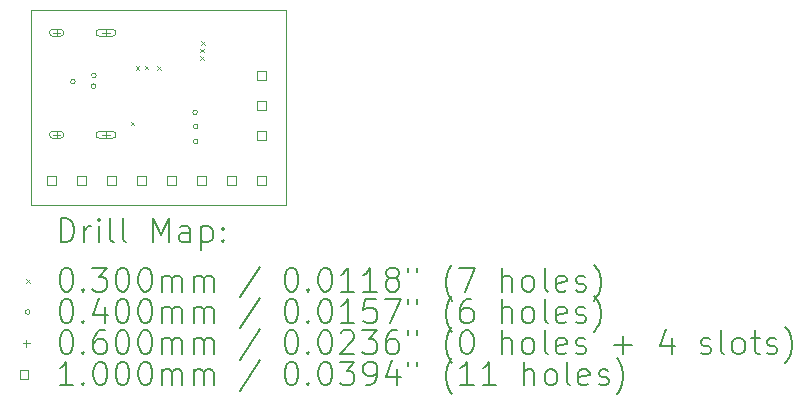
<source format=gbr>
%TF.GenerationSoftware,KiCad,Pcbnew,9.0.3*%
%TF.CreationDate,2025-08-03T15:20:34-04:00*%
%TF.ProjectId,CH32V003J4M6,43483332-5630-4303-934a-344d362e6b69,rev?*%
%TF.SameCoordinates,Original*%
%TF.FileFunction,Drillmap*%
%TF.FilePolarity,Positive*%
%FSLAX45Y45*%
G04 Gerber Fmt 4.5, Leading zero omitted, Abs format (unit mm)*
G04 Created by KiCad (PCBNEW 9.0.3) date 2025-08-03 15:20:34*
%MOMM*%
%LPD*%
G01*
G04 APERTURE LIST*
%ADD10C,0.100000*%
%ADD11C,0.200000*%
G04 APERTURE END LIST*
D10*
X14097000Y-9601200D02*
X16256000Y-9601200D01*
X16256000Y-11252200D01*
X14097000Y-11252200D01*
X14097000Y-9601200D01*
D11*
D10*
X14945600Y-10551400D02*
X14975600Y-10581400D01*
X14975600Y-10551400D02*
X14945600Y-10581400D01*
X14985200Y-10079800D02*
X15015200Y-10109800D01*
X15015200Y-10079800D02*
X14985200Y-10109800D01*
X15065000Y-10075000D02*
X15095000Y-10105000D01*
X15095000Y-10075000D02*
X15065000Y-10105000D01*
X15168043Y-10079800D02*
X15198043Y-10109800D01*
X15198043Y-10079800D02*
X15168043Y-10109800D01*
X15535000Y-9932500D02*
X15565000Y-9962500D01*
X15565000Y-9932500D02*
X15535000Y-9962500D01*
X15535000Y-9995000D02*
X15565000Y-10025000D01*
X15565000Y-9995000D02*
X15535000Y-10025000D01*
X15540000Y-9870000D02*
X15570000Y-9900000D01*
X15570000Y-9870000D02*
X15540000Y-9900000D01*
X14475452Y-10210913D02*
G75*
G02*
X14435452Y-10210913I-20000J0D01*
G01*
X14435452Y-10210913D02*
G75*
G02*
X14475452Y-10210913I20000J0D01*
G01*
X14649464Y-10250344D02*
G75*
G02*
X14609464Y-10250344I-20000J0D01*
G01*
X14609464Y-10250344D02*
G75*
G02*
X14649464Y-10250344I20000J0D01*
G01*
X14652700Y-10157700D02*
G75*
G02*
X14612700Y-10157700I-20000J0D01*
G01*
X14612700Y-10157700D02*
G75*
G02*
X14652700Y-10157700I20000J0D01*
G01*
X15510000Y-10470000D02*
G75*
G02*
X15470000Y-10470000I-20000J0D01*
G01*
X15470000Y-10470000D02*
G75*
G02*
X15510000Y-10470000I20000J0D01*
G01*
X15514000Y-10591800D02*
G75*
G02*
X15474000Y-10591800I-20000J0D01*
G01*
X15474000Y-10591800D02*
G75*
G02*
X15514000Y-10591800I20000J0D01*
G01*
X15514000Y-10718800D02*
G75*
G02*
X15474000Y-10718800I-20000J0D01*
G01*
X15474000Y-10718800D02*
G75*
G02*
X15514000Y-10718800I20000J0D01*
G01*
X14317000Y-9766997D02*
X14317000Y-9826997D01*
X14287000Y-9796997D02*
X14347000Y-9796997D01*
X14287000Y-9826997D02*
X14347000Y-9826997D01*
X14347000Y-9766997D02*
G75*
G02*
X14347000Y-9826997I0J-30000D01*
G01*
X14347000Y-9766997D02*
X14287000Y-9766997D01*
X14287000Y-9766997D02*
G75*
G03*
X14287000Y-9826997I0J-30000D01*
G01*
X14317000Y-10630997D02*
X14317000Y-10690997D01*
X14287000Y-10660997D02*
X14347000Y-10660997D01*
X14287000Y-10690997D02*
X14347000Y-10690997D01*
X14347000Y-10630997D02*
G75*
G02*
X14347000Y-10690997I0J-30000D01*
G01*
X14347000Y-10630997D02*
X14287000Y-10630997D01*
X14287000Y-10630997D02*
G75*
G03*
X14287000Y-10690997I0J-30000D01*
G01*
X14735000Y-9766997D02*
X14735000Y-9826997D01*
X14705000Y-9796997D02*
X14765000Y-9796997D01*
X14680000Y-9826997D02*
X14790000Y-9826997D01*
X14790000Y-9766997D02*
G75*
G02*
X14790000Y-9826997I0J-30000D01*
G01*
X14790000Y-9766997D02*
X14680000Y-9766997D01*
X14680000Y-9766997D02*
G75*
G03*
X14680000Y-9826997I0J-30000D01*
G01*
X14735000Y-10630997D02*
X14735000Y-10690997D01*
X14705000Y-10660997D02*
X14765000Y-10660997D01*
X14680000Y-10690997D02*
X14790000Y-10690997D01*
X14790000Y-10630997D02*
G75*
G02*
X14790000Y-10690997I0J-30000D01*
G01*
X14790000Y-10630997D02*
X14680000Y-10630997D01*
X14680000Y-10630997D02*
G75*
G03*
X14680000Y-10690997I0J-30000D01*
G01*
X14310156Y-11084356D02*
X14310156Y-11013644D01*
X14239444Y-11013644D01*
X14239444Y-11084356D01*
X14310156Y-11084356D01*
X14564156Y-11084356D02*
X14564156Y-11013644D01*
X14493444Y-11013644D01*
X14493444Y-11084356D01*
X14564156Y-11084356D01*
X14818156Y-11084356D02*
X14818156Y-11013644D01*
X14747444Y-11013644D01*
X14747444Y-11084356D01*
X14818156Y-11084356D01*
X15072156Y-11084356D02*
X15072156Y-11013644D01*
X15001444Y-11013644D01*
X15001444Y-11084356D01*
X15072156Y-11084356D01*
X15326156Y-11084356D02*
X15326156Y-11013644D01*
X15255444Y-11013644D01*
X15255444Y-11084356D01*
X15326156Y-11084356D01*
X15580156Y-11084356D02*
X15580156Y-11013644D01*
X15509444Y-11013644D01*
X15509444Y-11084356D01*
X15580156Y-11084356D01*
X15834156Y-11084356D02*
X15834156Y-11013644D01*
X15763444Y-11013644D01*
X15763444Y-11084356D01*
X15834156Y-11084356D01*
X16088156Y-10193856D02*
X16088156Y-10123144D01*
X16017444Y-10123144D01*
X16017444Y-10193856D01*
X16088156Y-10193856D01*
X16088156Y-10447856D02*
X16088156Y-10377144D01*
X16017444Y-10377144D01*
X16017444Y-10447856D01*
X16088156Y-10447856D01*
X16088156Y-10701856D02*
X16088156Y-10631144D01*
X16017444Y-10631144D01*
X16017444Y-10701856D01*
X16088156Y-10701856D01*
X16088156Y-11084356D02*
X16088156Y-11013644D01*
X16017444Y-11013644D01*
X16017444Y-11084356D01*
X16088156Y-11084356D01*
D11*
X14352777Y-11568684D02*
X14352777Y-11368684D01*
X14352777Y-11368684D02*
X14400396Y-11368684D01*
X14400396Y-11368684D02*
X14428967Y-11378208D01*
X14428967Y-11378208D02*
X14448015Y-11397255D01*
X14448015Y-11397255D02*
X14457539Y-11416303D01*
X14457539Y-11416303D02*
X14467062Y-11454398D01*
X14467062Y-11454398D02*
X14467062Y-11482969D01*
X14467062Y-11482969D02*
X14457539Y-11521065D01*
X14457539Y-11521065D02*
X14448015Y-11540112D01*
X14448015Y-11540112D02*
X14428967Y-11559160D01*
X14428967Y-11559160D02*
X14400396Y-11568684D01*
X14400396Y-11568684D02*
X14352777Y-11568684D01*
X14552777Y-11568684D02*
X14552777Y-11435350D01*
X14552777Y-11473446D02*
X14562301Y-11454398D01*
X14562301Y-11454398D02*
X14571824Y-11444874D01*
X14571824Y-11444874D02*
X14590872Y-11435350D01*
X14590872Y-11435350D02*
X14609920Y-11435350D01*
X14676586Y-11568684D02*
X14676586Y-11435350D01*
X14676586Y-11368684D02*
X14667062Y-11378208D01*
X14667062Y-11378208D02*
X14676586Y-11387731D01*
X14676586Y-11387731D02*
X14686110Y-11378208D01*
X14686110Y-11378208D02*
X14676586Y-11368684D01*
X14676586Y-11368684D02*
X14676586Y-11387731D01*
X14800396Y-11568684D02*
X14781348Y-11559160D01*
X14781348Y-11559160D02*
X14771824Y-11540112D01*
X14771824Y-11540112D02*
X14771824Y-11368684D01*
X14905158Y-11568684D02*
X14886110Y-11559160D01*
X14886110Y-11559160D02*
X14876586Y-11540112D01*
X14876586Y-11540112D02*
X14876586Y-11368684D01*
X15133729Y-11568684D02*
X15133729Y-11368684D01*
X15133729Y-11368684D02*
X15200396Y-11511541D01*
X15200396Y-11511541D02*
X15267062Y-11368684D01*
X15267062Y-11368684D02*
X15267062Y-11568684D01*
X15448015Y-11568684D02*
X15448015Y-11463922D01*
X15448015Y-11463922D02*
X15438491Y-11444874D01*
X15438491Y-11444874D02*
X15419443Y-11435350D01*
X15419443Y-11435350D02*
X15381348Y-11435350D01*
X15381348Y-11435350D02*
X15362301Y-11444874D01*
X15448015Y-11559160D02*
X15428967Y-11568684D01*
X15428967Y-11568684D02*
X15381348Y-11568684D01*
X15381348Y-11568684D02*
X15362301Y-11559160D01*
X15362301Y-11559160D02*
X15352777Y-11540112D01*
X15352777Y-11540112D02*
X15352777Y-11521065D01*
X15352777Y-11521065D02*
X15362301Y-11502017D01*
X15362301Y-11502017D02*
X15381348Y-11492493D01*
X15381348Y-11492493D02*
X15428967Y-11492493D01*
X15428967Y-11492493D02*
X15448015Y-11482969D01*
X15543253Y-11435350D02*
X15543253Y-11635350D01*
X15543253Y-11444874D02*
X15562301Y-11435350D01*
X15562301Y-11435350D02*
X15600396Y-11435350D01*
X15600396Y-11435350D02*
X15619443Y-11444874D01*
X15619443Y-11444874D02*
X15628967Y-11454398D01*
X15628967Y-11454398D02*
X15638491Y-11473446D01*
X15638491Y-11473446D02*
X15638491Y-11530588D01*
X15638491Y-11530588D02*
X15628967Y-11549636D01*
X15628967Y-11549636D02*
X15619443Y-11559160D01*
X15619443Y-11559160D02*
X15600396Y-11568684D01*
X15600396Y-11568684D02*
X15562301Y-11568684D01*
X15562301Y-11568684D02*
X15543253Y-11559160D01*
X15724205Y-11549636D02*
X15733729Y-11559160D01*
X15733729Y-11559160D02*
X15724205Y-11568684D01*
X15724205Y-11568684D02*
X15714682Y-11559160D01*
X15714682Y-11559160D02*
X15724205Y-11549636D01*
X15724205Y-11549636D02*
X15724205Y-11568684D01*
X15724205Y-11444874D02*
X15733729Y-11454398D01*
X15733729Y-11454398D02*
X15724205Y-11463922D01*
X15724205Y-11463922D02*
X15714682Y-11454398D01*
X15714682Y-11454398D02*
X15724205Y-11444874D01*
X15724205Y-11444874D02*
X15724205Y-11463922D01*
D10*
X14062000Y-11882200D02*
X14092000Y-11912200D01*
X14092000Y-11882200D02*
X14062000Y-11912200D01*
D11*
X14390872Y-11788684D02*
X14409920Y-11788684D01*
X14409920Y-11788684D02*
X14428967Y-11798208D01*
X14428967Y-11798208D02*
X14438491Y-11807731D01*
X14438491Y-11807731D02*
X14448015Y-11826779D01*
X14448015Y-11826779D02*
X14457539Y-11864874D01*
X14457539Y-11864874D02*
X14457539Y-11912493D01*
X14457539Y-11912493D02*
X14448015Y-11950588D01*
X14448015Y-11950588D02*
X14438491Y-11969636D01*
X14438491Y-11969636D02*
X14428967Y-11979160D01*
X14428967Y-11979160D02*
X14409920Y-11988684D01*
X14409920Y-11988684D02*
X14390872Y-11988684D01*
X14390872Y-11988684D02*
X14371824Y-11979160D01*
X14371824Y-11979160D02*
X14362301Y-11969636D01*
X14362301Y-11969636D02*
X14352777Y-11950588D01*
X14352777Y-11950588D02*
X14343253Y-11912493D01*
X14343253Y-11912493D02*
X14343253Y-11864874D01*
X14343253Y-11864874D02*
X14352777Y-11826779D01*
X14352777Y-11826779D02*
X14362301Y-11807731D01*
X14362301Y-11807731D02*
X14371824Y-11798208D01*
X14371824Y-11798208D02*
X14390872Y-11788684D01*
X14543253Y-11969636D02*
X14552777Y-11979160D01*
X14552777Y-11979160D02*
X14543253Y-11988684D01*
X14543253Y-11988684D02*
X14533729Y-11979160D01*
X14533729Y-11979160D02*
X14543253Y-11969636D01*
X14543253Y-11969636D02*
X14543253Y-11988684D01*
X14619443Y-11788684D02*
X14743253Y-11788684D01*
X14743253Y-11788684D02*
X14676586Y-11864874D01*
X14676586Y-11864874D02*
X14705158Y-11864874D01*
X14705158Y-11864874D02*
X14724205Y-11874398D01*
X14724205Y-11874398D02*
X14733729Y-11883922D01*
X14733729Y-11883922D02*
X14743253Y-11902969D01*
X14743253Y-11902969D02*
X14743253Y-11950588D01*
X14743253Y-11950588D02*
X14733729Y-11969636D01*
X14733729Y-11969636D02*
X14724205Y-11979160D01*
X14724205Y-11979160D02*
X14705158Y-11988684D01*
X14705158Y-11988684D02*
X14648015Y-11988684D01*
X14648015Y-11988684D02*
X14628967Y-11979160D01*
X14628967Y-11979160D02*
X14619443Y-11969636D01*
X14867062Y-11788684D02*
X14886110Y-11788684D01*
X14886110Y-11788684D02*
X14905158Y-11798208D01*
X14905158Y-11798208D02*
X14914682Y-11807731D01*
X14914682Y-11807731D02*
X14924205Y-11826779D01*
X14924205Y-11826779D02*
X14933729Y-11864874D01*
X14933729Y-11864874D02*
X14933729Y-11912493D01*
X14933729Y-11912493D02*
X14924205Y-11950588D01*
X14924205Y-11950588D02*
X14914682Y-11969636D01*
X14914682Y-11969636D02*
X14905158Y-11979160D01*
X14905158Y-11979160D02*
X14886110Y-11988684D01*
X14886110Y-11988684D02*
X14867062Y-11988684D01*
X14867062Y-11988684D02*
X14848015Y-11979160D01*
X14848015Y-11979160D02*
X14838491Y-11969636D01*
X14838491Y-11969636D02*
X14828967Y-11950588D01*
X14828967Y-11950588D02*
X14819443Y-11912493D01*
X14819443Y-11912493D02*
X14819443Y-11864874D01*
X14819443Y-11864874D02*
X14828967Y-11826779D01*
X14828967Y-11826779D02*
X14838491Y-11807731D01*
X14838491Y-11807731D02*
X14848015Y-11798208D01*
X14848015Y-11798208D02*
X14867062Y-11788684D01*
X15057539Y-11788684D02*
X15076586Y-11788684D01*
X15076586Y-11788684D02*
X15095634Y-11798208D01*
X15095634Y-11798208D02*
X15105158Y-11807731D01*
X15105158Y-11807731D02*
X15114682Y-11826779D01*
X15114682Y-11826779D02*
X15124205Y-11864874D01*
X15124205Y-11864874D02*
X15124205Y-11912493D01*
X15124205Y-11912493D02*
X15114682Y-11950588D01*
X15114682Y-11950588D02*
X15105158Y-11969636D01*
X15105158Y-11969636D02*
X15095634Y-11979160D01*
X15095634Y-11979160D02*
X15076586Y-11988684D01*
X15076586Y-11988684D02*
X15057539Y-11988684D01*
X15057539Y-11988684D02*
X15038491Y-11979160D01*
X15038491Y-11979160D02*
X15028967Y-11969636D01*
X15028967Y-11969636D02*
X15019443Y-11950588D01*
X15019443Y-11950588D02*
X15009920Y-11912493D01*
X15009920Y-11912493D02*
X15009920Y-11864874D01*
X15009920Y-11864874D02*
X15019443Y-11826779D01*
X15019443Y-11826779D02*
X15028967Y-11807731D01*
X15028967Y-11807731D02*
X15038491Y-11798208D01*
X15038491Y-11798208D02*
X15057539Y-11788684D01*
X15209920Y-11988684D02*
X15209920Y-11855350D01*
X15209920Y-11874398D02*
X15219443Y-11864874D01*
X15219443Y-11864874D02*
X15238491Y-11855350D01*
X15238491Y-11855350D02*
X15267063Y-11855350D01*
X15267063Y-11855350D02*
X15286110Y-11864874D01*
X15286110Y-11864874D02*
X15295634Y-11883922D01*
X15295634Y-11883922D02*
X15295634Y-11988684D01*
X15295634Y-11883922D02*
X15305158Y-11864874D01*
X15305158Y-11864874D02*
X15324205Y-11855350D01*
X15324205Y-11855350D02*
X15352777Y-11855350D01*
X15352777Y-11855350D02*
X15371824Y-11864874D01*
X15371824Y-11864874D02*
X15381348Y-11883922D01*
X15381348Y-11883922D02*
X15381348Y-11988684D01*
X15476586Y-11988684D02*
X15476586Y-11855350D01*
X15476586Y-11874398D02*
X15486110Y-11864874D01*
X15486110Y-11864874D02*
X15505158Y-11855350D01*
X15505158Y-11855350D02*
X15533729Y-11855350D01*
X15533729Y-11855350D02*
X15552777Y-11864874D01*
X15552777Y-11864874D02*
X15562301Y-11883922D01*
X15562301Y-11883922D02*
X15562301Y-11988684D01*
X15562301Y-11883922D02*
X15571824Y-11864874D01*
X15571824Y-11864874D02*
X15590872Y-11855350D01*
X15590872Y-11855350D02*
X15619443Y-11855350D01*
X15619443Y-11855350D02*
X15638491Y-11864874D01*
X15638491Y-11864874D02*
X15648015Y-11883922D01*
X15648015Y-11883922D02*
X15648015Y-11988684D01*
X16038491Y-11779160D02*
X15867063Y-12036303D01*
X16295634Y-11788684D02*
X16314682Y-11788684D01*
X16314682Y-11788684D02*
X16333729Y-11798208D01*
X16333729Y-11798208D02*
X16343253Y-11807731D01*
X16343253Y-11807731D02*
X16352777Y-11826779D01*
X16352777Y-11826779D02*
X16362301Y-11864874D01*
X16362301Y-11864874D02*
X16362301Y-11912493D01*
X16362301Y-11912493D02*
X16352777Y-11950588D01*
X16352777Y-11950588D02*
X16343253Y-11969636D01*
X16343253Y-11969636D02*
X16333729Y-11979160D01*
X16333729Y-11979160D02*
X16314682Y-11988684D01*
X16314682Y-11988684D02*
X16295634Y-11988684D01*
X16295634Y-11988684D02*
X16276586Y-11979160D01*
X16276586Y-11979160D02*
X16267063Y-11969636D01*
X16267063Y-11969636D02*
X16257539Y-11950588D01*
X16257539Y-11950588D02*
X16248015Y-11912493D01*
X16248015Y-11912493D02*
X16248015Y-11864874D01*
X16248015Y-11864874D02*
X16257539Y-11826779D01*
X16257539Y-11826779D02*
X16267063Y-11807731D01*
X16267063Y-11807731D02*
X16276586Y-11798208D01*
X16276586Y-11798208D02*
X16295634Y-11788684D01*
X16448015Y-11969636D02*
X16457539Y-11979160D01*
X16457539Y-11979160D02*
X16448015Y-11988684D01*
X16448015Y-11988684D02*
X16438491Y-11979160D01*
X16438491Y-11979160D02*
X16448015Y-11969636D01*
X16448015Y-11969636D02*
X16448015Y-11988684D01*
X16581348Y-11788684D02*
X16600396Y-11788684D01*
X16600396Y-11788684D02*
X16619444Y-11798208D01*
X16619444Y-11798208D02*
X16628967Y-11807731D01*
X16628967Y-11807731D02*
X16638491Y-11826779D01*
X16638491Y-11826779D02*
X16648015Y-11864874D01*
X16648015Y-11864874D02*
X16648015Y-11912493D01*
X16648015Y-11912493D02*
X16638491Y-11950588D01*
X16638491Y-11950588D02*
X16628967Y-11969636D01*
X16628967Y-11969636D02*
X16619444Y-11979160D01*
X16619444Y-11979160D02*
X16600396Y-11988684D01*
X16600396Y-11988684D02*
X16581348Y-11988684D01*
X16581348Y-11988684D02*
X16562301Y-11979160D01*
X16562301Y-11979160D02*
X16552777Y-11969636D01*
X16552777Y-11969636D02*
X16543253Y-11950588D01*
X16543253Y-11950588D02*
X16533729Y-11912493D01*
X16533729Y-11912493D02*
X16533729Y-11864874D01*
X16533729Y-11864874D02*
X16543253Y-11826779D01*
X16543253Y-11826779D02*
X16552777Y-11807731D01*
X16552777Y-11807731D02*
X16562301Y-11798208D01*
X16562301Y-11798208D02*
X16581348Y-11788684D01*
X16838491Y-11988684D02*
X16724206Y-11988684D01*
X16781348Y-11988684D02*
X16781348Y-11788684D01*
X16781348Y-11788684D02*
X16762301Y-11817255D01*
X16762301Y-11817255D02*
X16743253Y-11836303D01*
X16743253Y-11836303D02*
X16724206Y-11845827D01*
X17028968Y-11988684D02*
X16914682Y-11988684D01*
X16971825Y-11988684D02*
X16971825Y-11788684D01*
X16971825Y-11788684D02*
X16952777Y-11817255D01*
X16952777Y-11817255D02*
X16933729Y-11836303D01*
X16933729Y-11836303D02*
X16914682Y-11845827D01*
X17143253Y-11874398D02*
X17124206Y-11864874D01*
X17124206Y-11864874D02*
X17114682Y-11855350D01*
X17114682Y-11855350D02*
X17105158Y-11836303D01*
X17105158Y-11836303D02*
X17105158Y-11826779D01*
X17105158Y-11826779D02*
X17114682Y-11807731D01*
X17114682Y-11807731D02*
X17124206Y-11798208D01*
X17124206Y-11798208D02*
X17143253Y-11788684D01*
X17143253Y-11788684D02*
X17181349Y-11788684D01*
X17181349Y-11788684D02*
X17200396Y-11798208D01*
X17200396Y-11798208D02*
X17209920Y-11807731D01*
X17209920Y-11807731D02*
X17219444Y-11826779D01*
X17219444Y-11826779D02*
X17219444Y-11836303D01*
X17219444Y-11836303D02*
X17209920Y-11855350D01*
X17209920Y-11855350D02*
X17200396Y-11864874D01*
X17200396Y-11864874D02*
X17181349Y-11874398D01*
X17181349Y-11874398D02*
X17143253Y-11874398D01*
X17143253Y-11874398D02*
X17124206Y-11883922D01*
X17124206Y-11883922D02*
X17114682Y-11893446D01*
X17114682Y-11893446D02*
X17105158Y-11912493D01*
X17105158Y-11912493D02*
X17105158Y-11950588D01*
X17105158Y-11950588D02*
X17114682Y-11969636D01*
X17114682Y-11969636D02*
X17124206Y-11979160D01*
X17124206Y-11979160D02*
X17143253Y-11988684D01*
X17143253Y-11988684D02*
X17181349Y-11988684D01*
X17181349Y-11988684D02*
X17200396Y-11979160D01*
X17200396Y-11979160D02*
X17209920Y-11969636D01*
X17209920Y-11969636D02*
X17219444Y-11950588D01*
X17219444Y-11950588D02*
X17219444Y-11912493D01*
X17219444Y-11912493D02*
X17209920Y-11893446D01*
X17209920Y-11893446D02*
X17200396Y-11883922D01*
X17200396Y-11883922D02*
X17181349Y-11874398D01*
X17295634Y-11788684D02*
X17295634Y-11826779D01*
X17371825Y-11788684D02*
X17371825Y-11826779D01*
X17667063Y-12064874D02*
X17657539Y-12055350D01*
X17657539Y-12055350D02*
X17638491Y-12026779D01*
X17638491Y-12026779D02*
X17628968Y-12007731D01*
X17628968Y-12007731D02*
X17619444Y-11979160D01*
X17619444Y-11979160D02*
X17609920Y-11931541D01*
X17609920Y-11931541D02*
X17609920Y-11893446D01*
X17609920Y-11893446D02*
X17619444Y-11845827D01*
X17619444Y-11845827D02*
X17628968Y-11817255D01*
X17628968Y-11817255D02*
X17638491Y-11798208D01*
X17638491Y-11798208D02*
X17657539Y-11769636D01*
X17657539Y-11769636D02*
X17667063Y-11760112D01*
X17724206Y-11788684D02*
X17857539Y-11788684D01*
X17857539Y-11788684D02*
X17771825Y-11988684D01*
X18086111Y-11988684D02*
X18086111Y-11788684D01*
X18171825Y-11988684D02*
X18171825Y-11883922D01*
X18171825Y-11883922D02*
X18162301Y-11864874D01*
X18162301Y-11864874D02*
X18143253Y-11855350D01*
X18143253Y-11855350D02*
X18114682Y-11855350D01*
X18114682Y-11855350D02*
X18095634Y-11864874D01*
X18095634Y-11864874D02*
X18086111Y-11874398D01*
X18295634Y-11988684D02*
X18276587Y-11979160D01*
X18276587Y-11979160D02*
X18267063Y-11969636D01*
X18267063Y-11969636D02*
X18257539Y-11950588D01*
X18257539Y-11950588D02*
X18257539Y-11893446D01*
X18257539Y-11893446D02*
X18267063Y-11874398D01*
X18267063Y-11874398D02*
X18276587Y-11864874D01*
X18276587Y-11864874D02*
X18295634Y-11855350D01*
X18295634Y-11855350D02*
X18324206Y-11855350D01*
X18324206Y-11855350D02*
X18343253Y-11864874D01*
X18343253Y-11864874D02*
X18352777Y-11874398D01*
X18352777Y-11874398D02*
X18362301Y-11893446D01*
X18362301Y-11893446D02*
X18362301Y-11950588D01*
X18362301Y-11950588D02*
X18352777Y-11969636D01*
X18352777Y-11969636D02*
X18343253Y-11979160D01*
X18343253Y-11979160D02*
X18324206Y-11988684D01*
X18324206Y-11988684D02*
X18295634Y-11988684D01*
X18476587Y-11988684D02*
X18457539Y-11979160D01*
X18457539Y-11979160D02*
X18448015Y-11960112D01*
X18448015Y-11960112D02*
X18448015Y-11788684D01*
X18628968Y-11979160D02*
X18609920Y-11988684D01*
X18609920Y-11988684D02*
X18571825Y-11988684D01*
X18571825Y-11988684D02*
X18552777Y-11979160D01*
X18552777Y-11979160D02*
X18543253Y-11960112D01*
X18543253Y-11960112D02*
X18543253Y-11883922D01*
X18543253Y-11883922D02*
X18552777Y-11864874D01*
X18552777Y-11864874D02*
X18571825Y-11855350D01*
X18571825Y-11855350D02*
X18609920Y-11855350D01*
X18609920Y-11855350D02*
X18628968Y-11864874D01*
X18628968Y-11864874D02*
X18638492Y-11883922D01*
X18638492Y-11883922D02*
X18638492Y-11902969D01*
X18638492Y-11902969D02*
X18543253Y-11922017D01*
X18714682Y-11979160D02*
X18733730Y-11988684D01*
X18733730Y-11988684D02*
X18771825Y-11988684D01*
X18771825Y-11988684D02*
X18790873Y-11979160D01*
X18790873Y-11979160D02*
X18800396Y-11960112D01*
X18800396Y-11960112D02*
X18800396Y-11950588D01*
X18800396Y-11950588D02*
X18790873Y-11931541D01*
X18790873Y-11931541D02*
X18771825Y-11922017D01*
X18771825Y-11922017D02*
X18743253Y-11922017D01*
X18743253Y-11922017D02*
X18724206Y-11912493D01*
X18724206Y-11912493D02*
X18714682Y-11893446D01*
X18714682Y-11893446D02*
X18714682Y-11883922D01*
X18714682Y-11883922D02*
X18724206Y-11864874D01*
X18724206Y-11864874D02*
X18743253Y-11855350D01*
X18743253Y-11855350D02*
X18771825Y-11855350D01*
X18771825Y-11855350D02*
X18790873Y-11864874D01*
X18867063Y-12064874D02*
X18876587Y-12055350D01*
X18876587Y-12055350D02*
X18895634Y-12026779D01*
X18895634Y-12026779D02*
X18905158Y-12007731D01*
X18905158Y-12007731D02*
X18914682Y-11979160D01*
X18914682Y-11979160D02*
X18924206Y-11931541D01*
X18924206Y-11931541D02*
X18924206Y-11893446D01*
X18924206Y-11893446D02*
X18914682Y-11845827D01*
X18914682Y-11845827D02*
X18905158Y-11817255D01*
X18905158Y-11817255D02*
X18895634Y-11798208D01*
X18895634Y-11798208D02*
X18876587Y-11769636D01*
X18876587Y-11769636D02*
X18867063Y-11760112D01*
D10*
X14092000Y-12161200D02*
G75*
G02*
X14052000Y-12161200I-20000J0D01*
G01*
X14052000Y-12161200D02*
G75*
G02*
X14092000Y-12161200I20000J0D01*
G01*
D11*
X14390872Y-12052684D02*
X14409920Y-12052684D01*
X14409920Y-12052684D02*
X14428967Y-12062208D01*
X14428967Y-12062208D02*
X14438491Y-12071731D01*
X14438491Y-12071731D02*
X14448015Y-12090779D01*
X14448015Y-12090779D02*
X14457539Y-12128874D01*
X14457539Y-12128874D02*
X14457539Y-12176493D01*
X14457539Y-12176493D02*
X14448015Y-12214588D01*
X14448015Y-12214588D02*
X14438491Y-12233636D01*
X14438491Y-12233636D02*
X14428967Y-12243160D01*
X14428967Y-12243160D02*
X14409920Y-12252684D01*
X14409920Y-12252684D02*
X14390872Y-12252684D01*
X14390872Y-12252684D02*
X14371824Y-12243160D01*
X14371824Y-12243160D02*
X14362301Y-12233636D01*
X14362301Y-12233636D02*
X14352777Y-12214588D01*
X14352777Y-12214588D02*
X14343253Y-12176493D01*
X14343253Y-12176493D02*
X14343253Y-12128874D01*
X14343253Y-12128874D02*
X14352777Y-12090779D01*
X14352777Y-12090779D02*
X14362301Y-12071731D01*
X14362301Y-12071731D02*
X14371824Y-12062208D01*
X14371824Y-12062208D02*
X14390872Y-12052684D01*
X14543253Y-12233636D02*
X14552777Y-12243160D01*
X14552777Y-12243160D02*
X14543253Y-12252684D01*
X14543253Y-12252684D02*
X14533729Y-12243160D01*
X14533729Y-12243160D02*
X14543253Y-12233636D01*
X14543253Y-12233636D02*
X14543253Y-12252684D01*
X14724205Y-12119350D02*
X14724205Y-12252684D01*
X14676586Y-12043160D02*
X14628967Y-12186017D01*
X14628967Y-12186017D02*
X14752777Y-12186017D01*
X14867062Y-12052684D02*
X14886110Y-12052684D01*
X14886110Y-12052684D02*
X14905158Y-12062208D01*
X14905158Y-12062208D02*
X14914682Y-12071731D01*
X14914682Y-12071731D02*
X14924205Y-12090779D01*
X14924205Y-12090779D02*
X14933729Y-12128874D01*
X14933729Y-12128874D02*
X14933729Y-12176493D01*
X14933729Y-12176493D02*
X14924205Y-12214588D01*
X14924205Y-12214588D02*
X14914682Y-12233636D01*
X14914682Y-12233636D02*
X14905158Y-12243160D01*
X14905158Y-12243160D02*
X14886110Y-12252684D01*
X14886110Y-12252684D02*
X14867062Y-12252684D01*
X14867062Y-12252684D02*
X14848015Y-12243160D01*
X14848015Y-12243160D02*
X14838491Y-12233636D01*
X14838491Y-12233636D02*
X14828967Y-12214588D01*
X14828967Y-12214588D02*
X14819443Y-12176493D01*
X14819443Y-12176493D02*
X14819443Y-12128874D01*
X14819443Y-12128874D02*
X14828967Y-12090779D01*
X14828967Y-12090779D02*
X14838491Y-12071731D01*
X14838491Y-12071731D02*
X14848015Y-12062208D01*
X14848015Y-12062208D02*
X14867062Y-12052684D01*
X15057539Y-12052684D02*
X15076586Y-12052684D01*
X15076586Y-12052684D02*
X15095634Y-12062208D01*
X15095634Y-12062208D02*
X15105158Y-12071731D01*
X15105158Y-12071731D02*
X15114682Y-12090779D01*
X15114682Y-12090779D02*
X15124205Y-12128874D01*
X15124205Y-12128874D02*
X15124205Y-12176493D01*
X15124205Y-12176493D02*
X15114682Y-12214588D01*
X15114682Y-12214588D02*
X15105158Y-12233636D01*
X15105158Y-12233636D02*
X15095634Y-12243160D01*
X15095634Y-12243160D02*
X15076586Y-12252684D01*
X15076586Y-12252684D02*
X15057539Y-12252684D01*
X15057539Y-12252684D02*
X15038491Y-12243160D01*
X15038491Y-12243160D02*
X15028967Y-12233636D01*
X15028967Y-12233636D02*
X15019443Y-12214588D01*
X15019443Y-12214588D02*
X15009920Y-12176493D01*
X15009920Y-12176493D02*
X15009920Y-12128874D01*
X15009920Y-12128874D02*
X15019443Y-12090779D01*
X15019443Y-12090779D02*
X15028967Y-12071731D01*
X15028967Y-12071731D02*
X15038491Y-12062208D01*
X15038491Y-12062208D02*
X15057539Y-12052684D01*
X15209920Y-12252684D02*
X15209920Y-12119350D01*
X15209920Y-12138398D02*
X15219443Y-12128874D01*
X15219443Y-12128874D02*
X15238491Y-12119350D01*
X15238491Y-12119350D02*
X15267063Y-12119350D01*
X15267063Y-12119350D02*
X15286110Y-12128874D01*
X15286110Y-12128874D02*
X15295634Y-12147922D01*
X15295634Y-12147922D02*
X15295634Y-12252684D01*
X15295634Y-12147922D02*
X15305158Y-12128874D01*
X15305158Y-12128874D02*
X15324205Y-12119350D01*
X15324205Y-12119350D02*
X15352777Y-12119350D01*
X15352777Y-12119350D02*
X15371824Y-12128874D01*
X15371824Y-12128874D02*
X15381348Y-12147922D01*
X15381348Y-12147922D02*
X15381348Y-12252684D01*
X15476586Y-12252684D02*
X15476586Y-12119350D01*
X15476586Y-12138398D02*
X15486110Y-12128874D01*
X15486110Y-12128874D02*
X15505158Y-12119350D01*
X15505158Y-12119350D02*
X15533729Y-12119350D01*
X15533729Y-12119350D02*
X15552777Y-12128874D01*
X15552777Y-12128874D02*
X15562301Y-12147922D01*
X15562301Y-12147922D02*
X15562301Y-12252684D01*
X15562301Y-12147922D02*
X15571824Y-12128874D01*
X15571824Y-12128874D02*
X15590872Y-12119350D01*
X15590872Y-12119350D02*
X15619443Y-12119350D01*
X15619443Y-12119350D02*
X15638491Y-12128874D01*
X15638491Y-12128874D02*
X15648015Y-12147922D01*
X15648015Y-12147922D02*
X15648015Y-12252684D01*
X16038491Y-12043160D02*
X15867063Y-12300303D01*
X16295634Y-12052684D02*
X16314682Y-12052684D01*
X16314682Y-12052684D02*
X16333729Y-12062208D01*
X16333729Y-12062208D02*
X16343253Y-12071731D01*
X16343253Y-12071731D02*
X16352777Y-12090779D01*
X16352777Y-12090779D02*
X16362301Y-12128874D01*
X16362301Y-12128874D02*
X16362301Y-12176493D01*
X16362301Y-12176493D02*
X16352777Y-12214588D01*
X16352777Y-12214588D02*
X16343253Y-12233636D01*
X16343253Y-12233636D02*
X16333729Y-12243160D01*
X16333729Y-12243160D02*
X16314682Y-12252684D01*
X16314682Y-12252684D02*
X16295634Y-12252684D01*
X16295634Y-12252684D02*
X16276586Y-12243160D01*
X16276586Y-12243160D02*
X16267063Y-12233636D01*
X16267063Y-12233636D02*
X16257539Y-12214588D01*
X16257539Y-12214588D02*
X16248015Y-12176493D01*
X16248015Y-12176493D02*
X16248015Y-12128874D01*
X16248015Y-12128874D02*
X16257539Y-12090779D01*
X16257539Y-12090779D02*
X16267063Y-12071731D01*
X16267063Y-12071731D02*
X16276586Y-12062208D01*
X16276586Y-12062208D02*
X16295634Y-12052684D01*
X16448015Y-12233636D02*
X16457539Y-12243160D01*
X16457539Y-12243160D02*
X16448015Y-12252684D01*
X16448015Y-12252684D02*
X16438491Y-12243160D01*
X16438491Y-12243160D02*
X16448015Y-12233636D01*
X16448015Y-12233636D02*
X16448015Y-12252684D01*
X16581348Y-12052684D02*
X16600396Y-12052684D01*
X16600396Y-12052684D02*
X16619444Y-12062208D01*
X16619444Y-12062208D02*
X16628967Y-12071731D01*
X16628967Y-12071731D02*
X16638491Y-12090779D01*
X16638491Y-12090779D02*
X16648015Y-12128874D01*
X16648015Y-12128874D02*
X16648015Y-12176493D01*
X16648015Y-12176493D02*
X16638491Y-12214588D01*
X16638491Y-12214588D02*
X16628967Y-12233636D01*
X16628967Y-12233636D02*
X16619444Y-12243160D01*
X16619444Y-12243160D02*
X16600396Y-12252684D01*
X16600396Y-12252684D02*
X16581348Y-12252684D01*
X16581348Y-12252684D02*
X16562301Y-12243160D01*
X16562301Y-12243160D02*
X16552777Y-12233636D01*
X16552777Y-12233636D02*
X16543253Y-12214588D01*
X16543253Y-12214588D02*
X16533729Y-12176493D01*
X16533729Y-12176493D02*
X16533729Y-12128874D01*
X16533729Y-12128874D02*
X16543253Y-12090779D01*
X16543253Y-12090779D02*
X16552777Y-12071731D01*
X16552777Y-12071731D02*
X16562301Y-12062208D01*
X16562301Y-12062208D02*
X16581348Y-12052684D01*
X16838491Y-12252684D02*
X16724206Y-12252684D01*
X16781348Y-12252684D02*
X16781348Y-12052684D01*
X16781348Y-12052684D02*
X16762301Y-12081255D01*
X16762301Y-12081255D02*
X16743253Y-12100303D01*
X16743253Y-12100303D02*
X16724206Y-12109827D01*
X17019444Y-12052684D02*
X16924206Y-12052684D01*
X16924206Y-12052684D02*
X16914682Y-12147922D01*
X16914682Y-12147922D02*
X16924206Y-12138398D01*
X16924206Y-12138398D02*
X16943253Y-12128874D01*
X16943253Y-12128874D02*
X16990872Y-12128874D01*
X16990872Y-12128874D02*
X17009920Y-12138398D01*
X17009920Y-12138398D02*
X17019444Y-12147922D01*
X17019444Y-12147922D02*
X17028968Y-12166969D01*
X17028968Y-12166969D02*
X17028968Y-12214588D01*
X17028968Y-12214588D02*
X17019444Y-12233636D01*
X17019444Y-12233636D02*
X17009920Y-12243160D01*
X17009920Y-12243160D02*
X16990872Y-12252684D01*
X16990872Y-12252684D02*
X16943253Y-12252684D01*
X16943253Y-12252684D02*
X16924206Y-12243160D01*
X16924206Y-12243160D02*
X16914682Y-12233636D01*
X17095634Y-12052684D02*
X17228968Y-12052684D01*
X17228968Y-12052684D02*
X17143253Y-12252684D01*
X17295634Y-12052684D02*
X17295634Y-12090779D01*
X17371825Y-12052684D02*
X17371825Y-12090779D01*
X17667063Y-12328874D02*
X17657539Y-12319350D01*
X17657539Y-12319350D02*
X17638491Y-12290779D01*
X17638491Y-12290779D02*
X17628968Y-12271731D01*
X17628968Y-12271731D02*
X17619444Y-12243160D01*
X17619444Y-12243160D02*
X17609920Y-12195541D01*
X17609920Y-12195541D02*
X17609920Y-12157446D01*
X17609920Y-12157446D02*
X17619444Y-12109827D01*
X17619444Y-12109827D02*
X17628968Y-12081255D01*
X17628968Y-12081255D02*
X17638491Y-12062208D01*
X17638491Y-12062208D02*
X17657539Y-12033636D01*
X17657539Y-12033636D02*
X17667063Y-12024112D01*
X17828968Y-12052684D02*
X17790872Y-12052684D01*
X17790872Y-12052684D02*
X17771825Y-12062208D01*
X17771825Y-12062208D02*
X17762301Y-12071731D01*
X17762301Y-12071731D02*
X17743253Y-12100303D01*
X17743253Y-12100303D02*
X17733730Y-12138398D01*
X17733730Y-12138398D02*
X17733730Y-12214588D01*
X17733730Y-12214588D02*
X17743253Y-12233636D01*
X17743253Y-12233636D02*
X17752777Y-12243160D01*
X17752777Y-12243160D02*
X17771825Y-12252684D01*
X17771825Y-12252684D02*
X17809920Y-12252684D01*
X17809920Y-12252684D02*
X17828968Y-12243160D01*
X17828968Y-12243160D02*
X17838491Y-12233636D01*
X17838491Y-12233636D02*
X17848015Y-12214588D01*
X17848015Y-12214588D02*
X17848015Y-12166969D01*
X17848015Y-12166969D02*
X17838491Y-12147922D01*
X17838491Y-12147922D02*
X17828968Y-12138398D01*
X17828968Y-12138398D02*
X17809920Y-12128874D01*
X17809920Y-12128874D02*
X17771825Y-12128874D01*
X17771825Y-12128874D02*
X17752777Y-12138398D01*
X17752777Y-12138398D02*
X17743253Y-12147922D01*
X17743253Y-12147922D02*
X17733730Y-12166969D01*
X18086111Y-12252684D02*
X18086111Y-12052684D01*
X18171825Y-12252684D02*
X18171825Y-12147922D01*
X18171825Y-12147922D02*
X18162301Y-12128874D01*
X18162301Y-12128874D02*
X18143253Y-12119350D01*
X18143253Y-12119350D02*
X18114682Y-12119350D01*
X18114682Y-12119350D02*
X18095634Y-12128874D01*
X18095634Y-12128874D02*
X18086111Y-12138398D01*
X18295634Y-12252684D02*
X18276587Y-12243160D01*
X18276587Y-12243160D02*
X18267063Y-12233636D01*
X18267063Y-12233636D02*
X18257539Y-12214588D01*
X18257539Y-12214588D02*
X18257539Y-12157446D01*
X18257539Y-12157446D02*
X18267063Y-12138398D01*
X18267063Y-12138398D02*
X18276587Y-12128874D01*
X18276587Y-12128874D02*
X18295634Y-12119350D01*
X18295634Y-12119350D02*
X18324206Y-12119350D01*
X18324206Y-12119350D02*
X18343253Y-12128874D01*
X18343253Y-12128874D02*
X18352777Y-12138398D01*
X18352777Y-12138398D02*
X18362301Y-12157446D01*
X18362301Y-12157446D02*
X18362301Y-12214588D01*
X18362301Y-12214588D02*
X18352777Y-12233636D01*
X18352777Y-12233636D02*
X18343253Y-12243160D01*
X18343253Y-12243160D02*
X18324206Y-12252684D01*
X18324206Y-12252684D02*
X18295634Y-12252684D01*
X18476587Y-12252684D02*
X18457539Y-12243160D01*
X18457539Y-12243160D02*
X18448015Y-12224112D01*
X18448015Y-12224112D02*
X18448015Y-12052684D01*
X18628968Y-12243160D02*
X18609920Y-12252684D01*
X18609920Y-12252684D02*
X18571825Y-12252684D01*
X18571825Y-12252684D02*
X18552777Y-12243160D01*
X18552777Y-12243160D02*
X18543253Y-12224112D01*
X18543253Y-12224112D02*
X18543253Y-12147922D01*
X18543253Y-12147922D02*
X18552777Y-12128874D01*
X18552777Y-12128874D02*
X18571825Y-12119350D01*
X18571825Y-12119350D02*
X18609920Y-12119350D01*
X18609920Y-12119350D02*
X18628968Y-12128874D01*
X18628968Y-12128874D02*
X18638492Y-12147922D01*
X18638492Y-12147922D02*
X18638492Y-12166969D01*
X18638492Y-12166969D02*
X18543253Y-12186017D01*
X18714682Y-12243160D02*
X18733730Y-12252684D01*
X18733730Y-12252684D02*
X18771825Y-12252684D01*
X18771825Y-12252684D02*
X18790873Y-12243160D01*
X18790873Y-12243160D02*
X18800396Y-12224112D01*
X18800396Y-12224112D02*
X18800396Y-12214588D01*
X18800396Y-12214588D02*
X18790873Y-12195541D01*
X18790873Y-12195541D02*
X18771825Y-12186017D01*
X18771825Y-12186017D02*
X18743253Y-12186017D01*
X18743253Y-12186017D02*
X18724206Y-12176493D01*
X18724206Y-12176493D02*
X18714682Y-12157446D01*
X18714682Y-12157446D02*
X18714682Y-12147922D01*
X18714682Y-12147922D02*
X18724206Y-12128874D01*
X18724206Y-12128874D02*
X18743253Y-12119350D01*
X18743253Y-12119350D02*
X18771825Y-12119350D01*
X18771825Y-12119350D02*
X18790873Y-12128874D01*
X18867063Y-12328874D02*
X18876587Y-12319350D01*
X18876587Y-12319350D02*
X18895634Y-12290779D01*
X18895634Y-12290779D02*
X18905158Y-12271731D01*
X18905158Y-12271731D02*
X18914682Y-12243160D01*
X18914682Y-12243160D02*
X18924206Y-12195541D01*
X18924206Y-12195541D02*
X18924206Y-12157446D01*
X18924206Y-12157446D02*
X18914682Y-12109827D01*
X18914682Y-12109827D02*
X18905158Y-12081255D01*
X18905158Y-12081255D02*
X18895634Y-12062208D01*
X18895634Y-12062208D02*
X18876587Y-12033636D01*
X18876587Y-12033636D02*
X18867063Y-12024112D01*
D10*
X14062000Y-12395200D02*
X14062000Y-12455200D01*
X14032000Y-12425200D02*
X14092000Y-12425200D01*
D11*
X14390872Y-12316684D02*
X14409920Y-12316684D01*
X14409920Y-12316684D02*
X14428967Y-12326208D01*
X14428967Y-12326208D02*
X14438491Y-12335731D01*
X14438491Y-12335731D02*
X14448015Y-12354779D01*
X14448015Y-12354779D02*
X14457539Y-12392874D01*
X14457539Y-12392874D02*
X14457539Y-12440493D01*
X14457539Y-12440493D02*
X14448015Y-12478588D01*
X14448015Y-12478588D02*
X14438491Y-12497636D01*
X14438491Y-12497636D02*
X14428967Y-12507160D01*
X14428967Y-12507160D02*
X14409920Y-12516684D01*
X14409920Y-12516684D02*
X14390872Y-12516684D01*
X14390872Y-12516684D02*
X14371824Y-12507160D01*
X14371824Y-12507160D02*
X14362301Y-12497636D01*
X14362301Y-12497636D02*
X14352777Y-12478588D01*
X14352777Y-12478588D02*
X14343253Y-12440493D01*
X14343253Y-12440493D02*
X14343253Y-12392874D01*
X14343253Y-12392874D02*
X14352777Y-12354779D01*
X14352777Y-12354779D02*
X14362301Y-12335731D01*
X14362301Y-12335731D02*
X14371824Y-12326208D01*
X14371824Y-12326208D02*
X14390872Y-12316684D01*
X14543253Y-12497636D02*
X14552777Y-12507160D01*
X14552777Y-12507160D02*
X14543253Y-12516684D01*
X14543253Y-12516684D02*
X14533729Y-12507160D01*
X14533729Y-12507160D02*
X14543253Y-12497636D01*
X14543253Y-12497636D02*
X14543253Y-12516684D01*
X14724205Y-12316684D02*
X14686110Y-12316684D01*
X14686110Y-12316684D02*
X14667062Y-12326208D01*
X14667062Y-12326208D02*
X14657539Y-12335731D01*
X14657539Y-12335731D02*
X14638491Y-12364303D01*
X14638491Y-12364303D02*
X14628967Y-12402398D01*
X14628967Y-12402398D02*
X14628967Y-12478588D01*
X14628967Y-12478588D02*
X14638491Y-12497636D01*
X14638491Y-12497636D02*
X14648015Y-12507160D01*
X14648015Y-12507160D02*
X14667062Y-12516684D01*
X14667062Y-12516684D02*
X14705158Y-12516684D01*
X14705158Y-12516684D02*
X14724205Y-12507160D01*
X14724205Y-12507160D02*
X14733729Y-12497636D01*
X14733729Y-12497636D02*
X14743253Y-12478588D01*
X14743253Y-12478588D02*
X14743253Y-12430969D01*
X14743253Y-12430969D02*
X14733729Y-12411922D01*
X14733729Y-12411922D02*
X14724205Y-12402398D01*
X14724205Y-12402398D02*
X14705158Y-12392874D01*
X14705158Y-12392874D02*
X14667062Y-12392874D01*
X14667062Y-12392874D02*
X14648015Y-12402398D01*
X14648015Y-12402398D02*
X14638491Y-12411922D01*
X14638491Y-12411922D02*
X14628967Y-12430969D01*
X14867062Y-12316684D02*
X14886110Y-12316684D01*
X14886110Y-12316684D02*
X14905158Y-12326208D01*
X14905158Y-12326208D02*
X14914682Y-12335731D01*
X14914682Y-12335731D02*
X14924205Y-12354779D01*
X14924205Y-12354779D02*
X14933729Y-12392874D01*
X14933729Y-12392874D02*
X14933729Y-12440493D01*
X14933729Y-12440493D02*
X14924205Y-12478588D01*
X14924205Y-12478588D02*
X14914682Y-12497636D01*
X14914682Y-12497636D02*
X14905158Y-12507160D01*
X14905158Y-12507160D02*
X14886110Y-12516684D01*
X14886110Y-12516684D02*
X14867062Y-12516684D01*
X14867062Y-12516684D02*
X14848015Y-12507160D01*
X14848015Y-12507160D02*
X14838491Y-12497636D01*
X14838491Y-12497636D02*
X14828967Y-12478588D01*
X14828967Y-12478588D02*
X14819443Y-12440493D01*
X14819443Y-12440493D02*
X14819443Y-12392874D01*
X14819443Y-12392874D02*
X14828967Y-12354779D01*
X14828967Y-12354779D02*
X14838491Y-12335731D01*
X14838491Y-12335731D02*
X14848015Y-12326208D01*
X14848015Y-12326208D02*
X14867062Y-12316684D01*
X15057539Y-12316684D02*
X15076586Y-12316684D01*
X15076586Y-12316684D02*
X15095634Y-12326208D01*
X15095634Y-12326208D02*
X15105158Y-12335731D01*
X15105158Y-12335731D02*
X15114682Y-12354779D01*
X15114682Y-12354779D02*
X15124205Y-12392874D01*
X15124205Y-12392874D02*
X15124205Y-12440493D01*
X15124205Y-12440493D02*
X15114682Y-12478588D01*
X15114682Y-12478588D02*
X15105158Y-12497636D01*
X15105158Y-12497636D02*
X15095634Y-12507160D01*
X15095634Y-12507160D02*
X15076586Y-12516684D01*
X15076586Y-12516684D02*
X15057539Y-12516684D01*
X15057539Y-12516684D02*
X15038491Y-12507160D01*
X15038491Y-12507160D02*
X15028967Y-12497636D01*
X15028967Y-12497636D02*
X15019443Y-12478588D01*
X15019443Y-12478588D02*
X15009920Y-12440493D01*
X15009920Y-12440493D02*
X15009920Y-12392874D01*
X15009920Y-12392874D02*
X15019443Y-12354779D01*
X15019443Y-12354779D02*
X15028967Y-12335731D01*
X15028967Y-12335731D02*
X15038491Y-12326208D01*
X15038491Y-12326208D02*
X15057539Y-12316684D01*
X15209920Y-12516684D02*
X15209920Y-12383350D01*
X15209920Y-12402398D02*
X15219443Y-12392874D01*
X15219443Y-12392874D02*
X15238491Y-12383350D01*
X15238491Y-12383350D02*
X15267063Y-12383350D01*
X15267063Y-12383350D02*
X15286110Y-12392874D01*
X15286110Y-12392874D02*
X15295634Y-12411922D01*
X15295634Y-12411922D02*
X15295634Y-12516684D01*
X15295634Y-12411922D02*
X15305158Y-12392874D01*
X15305158Y-12392874D02*
X15324205Y-12383350D01*
X15324205Y-12383350D02*
X15352777Y-12383350D01*
X15352777Y-12383350D02*
X15371824Y-12392874D01*
X15371824Y-12392874D02*
X15381348Y-12411922D01*
X15381348Y-12411922D02*
X15381348Y-12516684D01*
X15476586Y-12516684D02*
X15476586Y-12383350D01*
X15476586Y-12402398D02*
X15486110Y-12392874D01*
X15486110Y-12392874D02*
X15505158Y-12383350D01*
X15505158Y-12383350D02*
X15533729Y-12383350D01*
X15533729Y-12383350D02*
X15552777Y-12392874D01*
X15552777Y-12392874D02*
X15562301Y-12411922D01*
X15562301Y-12411922D02*
X15562301Y-12516684D01*
X15562301Y-12411922D02*
X15571824Y-12392874D01*
X15571824Y-12392874D02*
X15590872Y-12383350D01*
X15590872Y-12383350D02*
X15619443Y-12383350D01*
X15619443Y-12383350D02*
X15638491Y-12392874D01*
X15638491Y-12392874D02*
X15648015Y-12411922D01*
X15648015Y-12411922D02*
X15648015Y-12516684D01*
X16038491Y-12307160D02*
X15867063Y-12564303D01*
X16295634Y-12316684D02*
X16314682Y-12316684D01*
X16314682Y-12316684D02*
X16333729Y-12326208D01*
X16333729Y-12326208D02*
X16343253Y-12335731D01*
X16343253Y-12335731D02*
X16352777Y-12354779D01*
X16352777Y-12354779D02*
X16362301Y-12392874D01*
X16362301Y-12392874D02*
X16362301Y-12440493D01*
X16362301Y-12440493D02*
X16352777Y-12478588D01*
X16352777Y-12478588D02*
X16343253Y-12497636D01*
X16343253Y-12497636D02*
X16333729Y-12507160D01*
X16333729Y-12507160D02*
X16314682Y-12516684D01*
X16314682Y-12516684D02*
X16295634Y-12516684D01*
X16295634Y-12516684D02*
X16276586Y-12507160D01*
X16276586Y-12507160D02*
X16267063Y-12497636D01*
X16267063Y-12497636D02*
X16257539Y-12478588D01*
X16257539Y-12478588D02*
X16248015Y-12440493D01*
X16248015Y-12440493D02*
X16248015Y-12392874D01*
X16248015Y-12392874D02*
X16257539Y-12354779D01*
X16257539Y-12354779D02*
X16267063Y-12335731D01*
X16267063Y-12335731D02*
X16276586Y-12326208D01*
X16276586Y-12326208D02*
X16295634Y-12316684D01*
X16448015Y-12497636D02*
X16457539Y-12507160D01*
X16457539Y-12507160D02*
X16448015Y-12516684D01*
X16448015Y-12516684D02*
X16438491Y-12507160D01*
X16438491Y-12507160D02*
X16448015Y-12497636D01*
X16448015Y-12497636D02*
X16448015Y-12516684D01*
X16581348Y-12316684D02*
X16600396Y-12316684D01*
X16600396Y-12316684D02*
X16619444Y-12326208D01*
X16619444Y-12326208D02*
X16628967Y-12335731D01*
X16628967Y-12335731D02*
X16638491Y-12354779D01*
X16638491Y-12354779D02*
X16648015Y-12392874D01*
X16648015Y-12392874D02*
X16648015Y-12440493D01*
X16648015Y-12440493D02*
X16638491Y-12478588D01*
X16638491Y-12478588D02*
X16628967Y-12497636D01*
X16628967Y-12497636D02*
X16619444Y-12507160D01*
X16619444Y-12507160D02*
X16600396Y-12516684D01*
X16600396Y-12516684D02*
X16581348Y-12516684D01*
X16581348Y-12516684D02*
X16562301Y-12507160D01*
X16562301Y-12507160D02*
X16552777Y-12497636D01*
X16552777Y-12497636D02*
X16543253Y-12478588D01*
X16543253Y-12478588D02*
X16533729Y-12440493D01*
X16533729Y-12440493D02*
X16533729Y-12392874D01*
X16533729Y-12392874D02*
X16543253Y-12354779D01*
X16543253Y-12354779D02*
X16552777Y-12335731D01*
X16552777Y-12335731D02*
X16562301Y-12326208D01*
X16562301Y-12326208D02*
X16581348Y-12316684D01*
X16724206Y-12335731D02*
X16733729Y-12326208D01*
X16733729Y-12326208D02*
X16752777Y-12316684D01*
X16752777Y-12316684D02*
X16800396Y-12316684D01*
X16800396Y-12316684D02*
X16819444Y-12326208D01*
X16819444Y-12326208D02*
X16828968Y-12335731D01*
X16828968Y-12335731D02*
X16838491Y-12354779D01*
X16838491Y-12354779D02*
X16838491Y-12373827D01*
X16838491Y-12373827D02*
X16828968Y-12402398D01*
X16828968Y-12402398D02*
X16714682Y-12516684D01*
X16714682Y-12516684D02*
X16838491Y-12516684D01*
X16905158Y-12316684D02*
X17028968Y-12316684D01*
X17028968Y-12316684D02*
X16962301Y-12392874D01*
X16962301Y-12392874D02*
X16990872Y-12392874D01*
X16990872Y-12392874D02*
X17009920Y-12402398D01*
X17009920Y-12402398D02*
X17019444Y-12411922D01*
X17019444Y-12411922D02*
X17028968Y-12430969D01*
X17028968Y-12430969D02*
X17028968Y-12478588D01*
X17028968Y-12478588D02*
X17019444Y-12497636D01*
X17019444Y-12497636D02*
X17009920Y-12507160D01*
X17009920Y-12507160D02*
X16990872Y-12516684D01*
X16990872Y-12516684D02*
X16933729Y-12516684D01*
X16933729Y-12516684D02*
X16914682Y-12507160D01*
X16914682Y-12507160D02*
X16905158Y-12497636D01*
X17200396Y-12316684D02*
X17162301Y-12316684D01*
X17162301Y-12316684D02*
X17143253Y-12326208D01*
X17143253Y-12326208D02*
X17133729Y-12335731D01*
X17133729Y-12335731D02*
X17114682Y-12364303D01*
X17114682Y-12364303D02*
X17105158Y-12402398D01*
X17105158Y-12402398D02*
X17105158Y-12478588D01*
X17105158Y-12478588D02*
X17114682Y-12497636D01*
X17114682Y-12497636D02*
X17124206Y-12507160D01*
X17124206Y-12507160D02*
X17143253Y-12516684D01*
X17143253Y-12516684D02*
X17181349Y-12516684D01*
X17181349Y-12516684D02*
X17200396Y-12507160D01*
X17200396Y-12507160D02*
X17209920Y-12497636D01*
X17209920Y-12497636D02*
X17219444Y-12478588D01*
X17219444Y-12478588D02*
X17219444Y-12430969D01*
X17219444Y-12430969D02*
X17209920Y-12411922D01*
X17209920Y-12411922D02*
X17200396Y-12402398D01*
X17200396Y-12402398D02*
X17181349Y-12392874D01*
X17181349Y-12392874D02*
X17143253Y-12392874D01*
X17143253Y-12392874D02*
X17124206Y-12402398D01*
X17124206Y-12402398D02*
X17114682Y-12411922D01*
X17114682Y-12411922D02*
X17105158Y-12430969D01*
X17295634Y-12316684D02*
X17295634Y-12354779D01*
X17371825Y-12316684D02*
X17371825Y-12354779D01*
X17667063Y-12592874D02*
X17657539Y-12583350D01*
X17657539Y-12583350D02*
X17638491Y-12554779D01*
X17638491Y-12554779D02*
X17628968Y-12535731D01*
X17628968Y-12535731D02*
X17619444Y-12507160D01*
X17619444Y-12507160D02*
X17609920Y-12459541D01*
X17609920Y-12459541D02*
X17609920Y-12421446D01*
X17609920Y-12421446D02*
X17619444Y-12373827D01*
X17619444Y-12373827D02*
X17628968Y-12345255D01*
X17628968Y-12345255D02*
X17638491Y-12326208D01*
X17638491Y-12326208D02*
X17657539Y-12297636D01*
X17657539Y-12297636D02*
X17667063Y-12288112D01*
X17781349Y-12316684D02*
X17800396Y-12316684D01*
X17800396Y-12316684D02*
X17819444Y-12326208D01*
X17819444Y-12326208D02*
X17828968Y-12335731D01*
X17828968Y-12335731D02*
X17838491Y-12354779D01*
X17838491Y-12354779D02*
X17848015Y-12392874D01*
X17848015Y-12392874D02*
X17848015Y-12440493D01*
X17848015Y-12440493D02*
X17838491Y-12478588D01*
X17838491Y-12478588D02*
X17828968Y-12497636D01*
X17828968Y-12497636D02*
X17819444Y-12507160D01*
X17819444Y-12507160D02*
X17800396Y-12516684D01*
X17800396Y-12516684D02*
X17781349Y-12516684D01*
X17781349Y-12516684D02*
X17762301Y-12507160D01*
X17762301Y-12507160D02*
X17752777Y-12497636D01*
X17752777Y-12497636D02*
X17743253Y-12478588D01*
X17743253Y-12478588D02*
X17733730Y-12440493D01*
X17733730Y-12440493D02*
X17733730Y-12392874D01*
X17733730Y-12392874D02*
X17743253Y-12354779D01*
X17743253Y-12354779D02*
X17752777Y-12335731D01*
X17752777Y-12335731D02*
X17762301Y-12326208D01*
X17762301Y-12326208D02*
X17781349Y-12316684D01*
X18086111Y-12516684D02*
X18086111Y-12316684D01*
X18171825Y-12516684D02*
X18171825Y-12411922D01*
X18171825Y-12411922D02*
X18162301Y-12392874D01*
X18162301Y-12392874D02*
X18143253Y-12383350D01*
X18143253Y-12383350D02*
X18114682Y-12383350D01*
X18114682Y-12383350D02*
X18095634Y-12392874D01*
X18095634Y-12392874D02*
X18086111Y-12402398D01*
X18295634Y-12516684D02*
X18276587Y-12507160D01*
X18276587Y-12507160D02*
X18267063Y-12497636D01*
X18267063Y-12497636D02*
X18257539Y-12478588D01*
X18257539Y-12478588D02*
X18257539Y-12421446D01*
X18257539Y-12421446D02*
X18267063Y-12402398D01*
X18267063Y-12402398D02*
X18276587Y-12392874D01*
X18276587Y-12392874D02*
X18295634Y-12383350D01*
X18295634Y-12383350D02*
X18324206Y-12383350D01*
X18324206Y-12383350D02*
X18343253Y-12392874D01*
X18343253Y-12392874D02*
X18352777Y-12402398D01*
X18352777Y-12402398D02*
X18362301Y-12421446D01*
X18362301Y-12421446D02*
X18362301Y-12478588D01*
X18362301Y-12478588D02*
X18352777Y-12497636D01*
X18352777Y-12497636D02*
X18343253Y-12507160D01*
X18343253Y-12507160D02*
X18324206Y-12516684D01*
X18324206Y-12516684D02*
X18295634Y-12516684D01*
X18476587Y-12516684D02*
X18457539Y-12507160D01*
X18457539Y-12507160D02*
X18448015Y-12488112D01*
X18448015Y-12488112D02*
X18448015Y-12316684D01*
X18628968Y-12507160D02*
X18609920Y-12516684D01*
X18609920Y-12516684D02*
X18571825Y-12516684D01*
X18571825Y-12516684D02*
X18552777Y-12507160D01*
X18552777Y-12507160D02*
X18543253Y-12488112D01*
X18543253Y-12488112D02*
X18543253Y-12411922D01*
X18543253Y-12411922D02*
X18552777Y-12392874D01*
X18552777Y-12392874D02*
X18571825Y-12383350D01*
X18571825Y-12383350D02*
X18609920Y-12383350D01*
X18609920Y-12383350D02*
X18628968Y-12392874D01*
X18628968Y-12392874D02*
X18638492Y-12411922D01*
X18638492Y-12411922D02*
X18638492Y-12430969D01*
X18638492Y-12430969D02*
X18543253Y-12450017D01*
X18714682Y-12507160D02*
X18733730Y-12516684D01*
X18733730Y-12516684D02*
X18771825Y-12516684D01*
X18771825Y-12516684D02*
X18790873Y-12507160D01*
X18790873Y-12507160D02*
X18800396Y-12488112D01*
X18800396Y-12488112D02*
X18800396Y-12478588D01*
X18800396Y-12478588D02*
X18790873Y-12459541D01*
X18790873Y-12459541D02*
X18771825Y-12450017D01*
X18771825Y-12450017D02*
X18743253Y-12450017D01*
X18743253Y-12450017D02*
X18724206Y-12440493D01*
X18724206Y-12440493D02*
X18714682Y-12421446D01*
X18714682Y-12421446D02*
X18714682Y-12411922D01*
X18714682Y-12411922D02*
X18724206Y-12392874D01*
X18724206Y-12392874D02*
X18743253Y-12383350D01*
X18743253Y-12383350D02*
X18771825Y-12383350D01*
X18771825Y-12383350D02*
X18790873Y-12392874D01*
X19038492Y-12440493D02*
X19190873Y-12440493D01*
X19114682Y-12516684D02*
X19114682Y-12364303D01*
X19524206Y-12383350D02*
X19524206Y-12516684D01*
X19476587Y-12307160D02*
X19428968Y-12450017D01*
X19428968Y-12450017D02*
X19552777Y-12450017D01*
X19771825Y-12507160D02*
X19790873Y-12516684D01*
X19790873Y-12516684D02*
X19828968Y-12516684D01*
X19828968Y-12516684D02*
X19848016Y-12507160D01*
X19848016Y-12507160D02*
X19857539Y-12488112D01*
X19857539Y-12488112D02*
X19857539Y-12478588D01*
X19857539Y-12478588D02*
X19848016Y-12459541D01*
X19848016Y-12459541D02*
X19828968Y-12450017D01*
X19828968Y-12450017D02*
X19800396Y-12450017D01*
X19800396Y-12450017D02*
X19781349Y-12440493D01*
X19781349Y-12440493D02*
X19771825Y-12421446D01*
X19771825Y-12421446D02*
X19771825Y-12411922D01*
X19771825Y-12411922D02*
X19781349Y-12392874D01*
X19781349Y-12392874D02*
X19800396Y-12383350D01*
X19800396Y-12383350D02*
X19828968Y-12383350D01*
X19828968Y-12383350D02*
X19848016Y-12392874D01*
X19971825Y-12516684D02*
X19952777Y-12507160D01*
X19952777Y-12507160D02*
X19943254Y-12488112D01*
X19943254Y-12488112D02*
X19943254Y-12316684D01*
X20076587Y-12516684D02*
X20057539Y-12507160D01*
X20057539Y-12507160D02*
X20048016Y-12497636D01*
X20048016Y-12497636D02*
X20038492Y-12478588D01*
X20038492Y-12478588D02*
X20038492Y-12421446D01*
X20038492Y-12421446D02*
X20048016Y-12402398D01*
X20048016Y-12402398D02*
X20057539Y-12392874D01*
X20057539Y-12392874D02*
X20076587Y-12383350D01*
X20076587Y-12383350D02*
X20105158Y-12383350D01*
X20105158Y-12383350D02*
X20124206Y-12392874D01*
X20124206Y-12392874D02*
X20133730Y-12402398D01*
X20133730Y-12402398D02*
X20143254Y-12421446D01*
X20143254Y-12421446D02*
X20143254Y-12478588D01*
X20143254Y-12478588D02*
X20133730Y-12497636D01*
X20133730Y-12497636D02*
X20124206Y-12507160D01*
X20124206Y-12507160D02*
X20105158Y-12516684D01*
X20105158Y-12516684D02*
X20076587Y-12516684D01*
X20200397Y-12383350D02*
X20276587Y-12383350D01*
X20228968Y-12316684D02*
X20228968Y-12488112D01*
X20228968Y-12488112D02*
X20238492Y-12507160D01*
X20238492Y-12507160D02*
X20257539Y-12516684D01*
X20257539Y-12516684D02*
X20276587Y-12516684D01*
X20333730Y-12507160D02*
X20352777Y-12516684D01*
X20352777Y-12516684D02*
X20390873Y-12516684D01*
X20390873Y-12516684D02*
X20409920Y-12507160D01*
X20409920Y-12507160D02*
X20419444Y-12488112D01*
X20419444Y-12488112D02*
X20419444Y-12478588D01*
X20419444Y-12478588D02*
X20409920Y-12459541D01*
X20409920Y-12459541D02*
X20390873Y-12450017D01*
X20390873Y-12450017D02*
X20362301Y-12450017D01*
X20362301Y-12450017D02*
X20343254Y-12440493D01*
X20343254Y-12440493D02*
X20333730Y-12421446D01*
X20333730Y-12421446D02*
X20333730Y-12411922D01*
X20333730Y-12411922D02*
X20343254Y-12392874D01*
X20343254Y-12392874D02*
X20362301Y-12383350D01*
X20362301Y-12383350D02*
X20390873Y-12383350D01*
X20390873Y-12383350D02*
X20409920Y-12392874D01*
X20486111Y-12592874D02*
X20495635Y-12583350D01*
X20495635Y-12583350D02*
X20514682Y-12554779D01*
X20514682Y-12554779D02*
X20524206Y-12535731D01*
X20524206Y-12535731D02*
X20533730Y-12507160D01*
X20533730Y-12507160D02*
X20543254Y-12459541D01*
X20543254Y-12459541D02*
X20543254Y-12421446D01*
X20543254Y-12421446D02*
X20533730Y-12373827D01*
X20533730Y-12373827D02*
X20524206Y-12345255D01*
X20524206Y-12345255D02*
X20514682Y-12326208D01*
X20514682Y-12326208D02*
X20495635Y-12297636D01*
X20495635Y-12297636D02*
X20486111Y-12288112D01*
D10*
X14077356Y-12724556D02*
X14077356Y-12653844D01*
X14006644Y-12653844D01*
X14006644Y-12724556D01*
X14077356Y-12724556D01*
D11*
X14457539Y-12780684D02*
X14343253Y-12780684D01*
X14400396Y-12780684D02*
X14400396Y-12580684D01*
X14400396Y-12580684D02*
X14381348Y-12609255D01*
X14381348Y-12609255D02*
X14362301Y-12628303D01*
X14362301Y-12628303D02*
X14343253Y-12637827D01*
X14543253Y-12761636D02*
X14552777Y-12771160D01*
X14552777Y-12771160D02*
X14543253Y-12780684D01*
X14543253Y-12780684D02*
X14533729Y-12771160D01*
X14533729Y-12771160D02*
X14543253Y-12761636D01*
X14543253Y-12761636D02*
X14543253Y-12780684D01*
X14676586Y-12580684D02*
X14695634Y-12580684D01*
X14695634Y-12580684D02*
X14714682Y-12590208D01*
X14714682Y-12590208D02*
X14724205Y-12599731D01*
X14724205Y-12599731D02*
X14733729Y-12618779D01*
X14733729Y-12618779D02*
X14743253Y-12656874D01*
X14743253Y-12656874D02*
X14743253Y-12704493D01*
X14743253Y-12704493D02*
X14733729Y-12742588D01*
X14733729Y-12742588D02*
X14724205Y-12761636D01*
X14724205Y-12761636D02*
X14714682Y-12771160D01*
X14714682Y-12771160D02*
X14695634Y-12780684D01*
X14695634Y-12780684D02*
X14676586Y-12780684D01*
X14676586Y-12780684D02*
X14657539Y-12771160D01*
X14657539Y-12771160D02*
X14648015Y-12761636D01*
X14648015Y-12761636D02*
X14638491Y-12742588D01*
X14638491Y-12742588D02*
X14628967Y-12704493D01*
X14628967Y-12704493D02*
X14628967Y-12656874D01*
X14628967Y-12656874D02*
X14638491Y-12618779D01*
X14638491Y-12618779D02*
X14648015Y-12599731D01*
X14648015Y-12599731D02*
X14657539Y-12590208D01*
X14657539Y-12590208D02*
X14676586Y-12580684D01*
X14867062Y-12580684D02*
X14886110Y-12580684D01*
X14886110Y-12580684D02*
X14905158Y-12590208D01*
X14905158Y-12590208D02*
X14914682Y-12599731D01*
X14914682Y-12599731D02*
X14924205Y-12618779D01*
X14924205Y-12618779D02*
X14933729Y-12656874D01*
X14933729Y-12656874D02*
X14933729Y-12704493D01*
X14933729Y-12704493D02*
X14924205Y-12742588D01*
X14924205Y-12742588D02*
X14914682Y-12761636D01*
X14914682Y-12761636D02*
X14905158Y-12771160D01*
X14905158Y-12771160D02*
X14886110Y-12780684D01*
X14886110Y-12780684D02*
X14867062Y-12780684D01*
X14867062Y-12780684D02*
X14848015Y-12771160D01*
X14848015Y-12771160D02*
X14838491Y-12761636D01*
X14838491Y-12761636D02*
X14828967Y-12742588D01*
X14828967Y-12742588D02*
X14819443Y-12704493D01*
X14819443Y-12704493D02*
X14819443Y-12656874D01*
X14819443Y-12656874D02*
X14828967Y-12618779D01*
X14828967Y-12618779D02*
X14838491Y-12599731D01*
X14838491Y-12599731D02*
X14848015Y-12590208D01*
X14848015Y-12590208D02*
X14867062Y-12580684D01*
X15057539Y-12580684D02*
X15076586Y-12580684D01*
X15076586Y-12580684D02*
X15095634Y-12590208D01*
X15095634Y-12590208D02*
X15105158Y-12599731D01*
X15105158Y-12599731D02*
X15114682Y-12618779D01*
X15114682Y-12618779D02*
X15124205Y-12656874D01*
X15124205Y-12656874D02*
X15124205Y-12704493D01*
X15124205Y-12704493D02*
X15114682Y-12742588D01*
X15114682Y-12742588D02*
X15105158Y-12761636D01*
X15105158Y-12761636D02*
X15095634Y-12771160D01*
X15095634Y-12771160D02*
X15076586Y-12780684D01*
X15076586Y-12780684D02*
X15057539Y-12780684D01*
X15057539Y-12780684D02*
X15038491Y-12771160D01*
X15038491Y-12771160D02*
X15028967Y-12761636D01*
X15028967Y-12761636D02*
X15019443Y-12742588D01*
X15019443Y-12742588D02*
X15009920Y-12704493D01*
X15009920Y-12704493D02*
X15009920Y-12656874D01*
X15009920Y-12656874D02*
X15019443Y-12618779D01*
X15019443Y-12618779D02*
X15028967Y-12599731D01*
X15028967Y-12599731D02*
X15038491Y-12590208D01*
X15038491Y-12590208D02*
X15057539Y-12580684D01*
X15209920Y-12780684D02*
X15209920Y-12647350D01*
X15209920Y-12666398D02*
X15219443Y-12656874D01*
X15219443Y-12656874D02*
X15238491Y-12647350D01*
X15238491Y-12647350D02*
X15267063Y-12647350D01*
X15267063Y-12647350D02*
X15286110Y-12656874D01*
X15286110Y-12656874D02*
X15295634Y-12675922D01*
X15295634Y-12675922D02*
X15295634Y-12780684D01*
X15295634Y-12675922D02*
X15305158Y-12656874D01*
X15305158Y-12656874D02*
X15324205Y-12647350D01*
X15324205Y-12647350D02*
X15352777Y-12647350D01*
X15352777Y-12647350D02*
X15371824Y-12656874D01*
X15371824Y-12656874D02*
X15381348Y-12675922D01*
X15381348Y-12675922D02*
X15381348Y-12780684D01*
X15476586Y-12780684D02*
X15476586Y-12647350D01*
X15476586Y-12666398D02*
X15486110Y-12656874D01*
X15486110Y-12656874D02*
X15505158Y-12647350D01*
X15505158Y-12647350D02*
X15533729Y-12647350D01*
X15533729Y-12647350D02*
X15552777Y-12656874D01*
X15552777Y-12656874D02*
X15562301Y-12675922D01*
X15562301Y-12675922D02*
X15562301Y-12780684D01*
X15562301Y-12675922D02*
X15571824Y-12656874D01*
X15571824Y-12656874D02*
X15590872Y-12647350D01*
X15590872Y-12647350D02*
X15619443Y-12647350D01*
X15619443Y-12647350D02*
X15638491Y-12656874D01*
X15638491Y-12656874D02*
X15648015Y-12675922D01*
X15648015Y-12675922D02*
X15648015Y-12780684D01*
X16038491Y-12571160D02*
X15867063Y-12828303D01*
X16295634Y-12580684D02*
X16314682Y-12580684D01*
X16314682Y-12580684D02*
X16333729Y-12590208D01*
X16333729Y-12590208D02*
X16343253Y-12599731D01*
X16343253Y-12599731D02*
X16352777Y-12618779D01*
X16352777Y-12618779D02*
X16362301Y-12656874D01*
X16362301Y-12656874D02*
X16362301Y-12704493D01*
X16362301Y-12704493D02*
X16352777Y-12742588D01*
X16352777Y-12742588D02*
X16343253Y-12761636D01*
X16343253Y-12761636D02*
X16333729Y-12771160D01*
X16333729Y-12771160D02*
X16314682Y-12780684D01*
X16314682Y-12780684D02*
X16295634Y-12780684D01*
X16295634Y-12780684D02*
X16276586Y-12771160D01*
X16276586Y-12771160D02*
X16267063Y-12761636D01*
X16267063Y-12761636D02*
X16257539Y-12742588D01*
X16257539Y-12742588D02*
X16248015Y-12704493D01*
X16248015Y-12704493D02*
X16248015Y-12656874D01*
X16248015Y-12656874D02*
X16257539Y-12618779D01*
X16257539Y-12618779D02*
X16267063Y-12599731D01*
X16267063Y-12599731D02*
X16276586Y-12590208D01*
X16276586Y-12590208D02*
X16295634Y-12580684D01*
X16448015Y-12761636D02*
X16457539Y-12771160D01*
X16457539Y-12771160D02*
X16448015Y-12780684D01*
X16448015Y-12780684D02*
X16438491Y-12771160D01*
X16438491Y-12771160D02*
X16448015Y-12761636D01*
X16448015Y-12761636D02*
X16448015Y-12780684D01*
X16581348Y-12580684D02*
X16600396Y-12580684D01*
X16600396Y-12580684D02*
X16619444Y-12590208D01*
X16619444Y-12590208D02*
X16628967Y-12599731D01*
X16628967Y-12599731D02*
X16638491Y-12618779D01*
X16638491Y-12618779D02*
X16648015Y-12656874D01*
X16648015Y-12656874D02*
X16648015Y-12704493D01*
X16648015Y-12704493D02*
X16638491Y-12742588D01*
X16638491Y-12742588D02*
X16628967Y-12761636D01*
X16628967Y-12761636D02*
X16619444Y-12771160D01*
X16619444Y-12771160D02*
X16600396Y-12780684D01*
X16600396Y-12780684D02*
X16581348Y-12780684D01*
X16581348Y-12780684D02*
X16562301Y-12771160D01*
X16562301Y-12771160D02*
X16552777Y-12761636D01*
X16552777Y-12761636D02*
X16543253Y-12742588D01*
X16543253Y-12742588D02*
X16533729Y-12704493D01*
X16533729Y-12704493D02*
X16533729Y-12656874D01*
X16533729Y-12656874D02*
X16543253Y-12618779D01*
X16543253Y-12618779D02*
X16552777Y-12599731D01*
X16552777Y-12599731D02*
X16562301Y-12590208D01*
X16562301Y-12590208D02*
X16581348Y-12580684D01*
X16714682Y-12580684D02*
X16838491Y-12580684D01*
X16838491Y-12580684D02*
X16771825Y-12656874D01*
X16771825Y-12656874D02*
X16800396Y-12656874D01*
X16800396Y-12656874D02*
X16819444Y-12666398D01*
X16819444Y-12666398D02*
X16828968Y-12675922D01*
X16828968Y-12675922D02*
X16838491Y-12694969D01*
X16838491Y-12694969D02*
X16838491Y-12742588D01*
X16838491Y-12742588D02*
X16828968Y-12761636D01*
X16828968Y-12761636D02*
X16819444Y-12771160D01*
X16819444Y-12771160D02*
X16800396Y-12780684D01*
X16800396Y-12780684D02*
X16743253Y-12780684D01*
X16743253Y-12780684D02*
X16724206Y-12771160D01*
X16724206Y-12771160D02*
X16714682Y-12761636D01*
X16933729Y-12780684D02*
X16971825Y-12780684D01*
X16971825Y-12780684D02*
X16990872Y-12771160D01*
X16990872Y-12771160D02*
X17000396Y-12761636D01*
X17000396Y-12761636D02*
X17019444Y-12733065D01*
X17019444Y-12733065D02*
X17028968Y-12694969D01*
X17028968Y-12694969D02*
X17028968Y-12618779D01*
X17028968Y-12618779D02*
X17019444Y-12599731D01*
X17019444Y-12599731D02*
X17009920Y-12590208D01*
X17009920Y-12590208D02*
X16990872Y-12580684D01*
X16990872Y-12580684D02*
X16952777Y-12580684D01*
X16952777Y-12580684D02*
X16933729Y-12590208D01*
X16933729Y-12590208D02*
X16924206Y-12599731D01*
X16924206Y-12599731D02*
X16914682Y-12618779D01*
X16914682Y-12618779D02*
X16914682Y-12666398D01*
X16914682Y-12666398D02*
X16924206Y-12685446D01*
X16924206Y-12685446D02*
X16933729Y-12694969D01*
X16933729Y-12694969D02*
X16952777Y-12704493D01*
X16952777Y-12704493D02*
X16990872Y-12704493D01*
X16990872Y-12704493D02*
X17009920Y-12694969D01*
X17009920Y-12694969D02*
X17019444Y-12685446D01*
X17019444Y-12685446D02*
X17028968Y-12666398D01*
X17200396Y-12647350D02*
X17200396Y-12780684D01*
X17152777Y-12571160D02*
X17105158Y-12714017D01*
X17105158Y-12714017D02*
X17228968Y-12714017D01*
X17295634Y-12580684D02*
X17295634Y-12618779D01*
X17371825Y-12580684D02*
X17371825Y-12618779D01*
X17667063Y-12856874D02*
X17657539Y-12847350D01*
X17657539Y-12847350D02*
X17638491Y-12818779D01*
X17638491Y-12818779D02*
X17628968Y-12799731D01*
X17628968Y-12799731D02*
X17619444Y-12771160D01*
X17619444Y-12771160D02*
X17609920Y-12723541D01*
X17609920Y-12723541D02*
X17609920Y-12685446D01*
X17609920Y-12685446D02*
X17619444Y-12637827D01*
X17619444Y-12637827D02*
X17628968Y-12609255D01*
X17628968Y-12609255D02*
X17638491Y-12590208D01*
X17638491Y-12590208D02*
X17657539Y-12561636D01*
X17657539Y-12561636D02*
X17667063Y-12552112D01*
X17848015Y-12780684D02*
X17733730Y-12780684D01*
X17790872Y-12780684D02*
X17790872Y-12580684D01*
X17790872Y-12580684D02*
X17771825Y-12609255D01*
X17771825Y-12609255D02*
X17752777Y-12628303D01*
X17752777Y-12628303D02*
X17733730Y-12637827D01*
X18038491Y-12780684D02*
X17924206Y-12780684D01*
X17981349Y-12780684D02*
X17981349Y-12580684D01*
X17981349Y-12580684D02*
X17962301Y-12609255D01*
X17962301Y-12609255D02*
X17943253Y-12628303D01*
X17943253Y-12628303D02*
X17924206Y-12637827D01*
X18276587Y-12780684D02*
X18276587Y-12580684D01*
X18362301Y-12780684D02*
X18362301Y-12675922D01*
X18362301Y-12675922D02*
X18352777Y-12656874D01*
X18352777Y-12656874D02*
X18333730Y-12647350D01*
X18333730Y-12647350D02*
X18305158Y-12647350D01*
X18305158Y-12647350D02*
X18286111Y-12656874D01*
X18286111Y-12656874D02*
X18276587Y-12666398D01*
X18486111Y-12780684D02*
X18467063Y-12771160D01*
X18467063Y-12771160D02*
X18457539Y-12761636D01*
X18457539Y-12761636D02*
X18448015Y-12742588D01*
X18448015Y-12742588D02*
X18448015Y-12685446D01*
X18448015Y-12685446D02*
X18457539Y-12666398D01*
X18457539Y-12666398D02*
X18467063Y-12656874D01*
X18467063Y-12656874D02*
X18486111Y-12647350D01*
X18486111Y-12647350D02*
X18514682Y-12647350D01*
X18514682Y-12647350D02*
X18533730Y-12656874D01*
X18533730Y-12656874D02*
X18543253Y-12666398D01*
X18543253Y-12666398D02*
X18552777Y-12685446D01*
X18552777Y-12685446D02*
X18552777Y-12742588D01*
X18552777Y-12742588D02*
X18543253Y-12761636D01*
X18543253Y-12761636D02*
X18533730Y-12771160D01*
X18533730Y-12771160D02*
X18514682Y-12780684D01*
X18514682Y-12780684D02*
X18486111Y-12780684D01*
X18667063Y-12780684D02*
X18648015Y-12771160D01*
X18648015Y-12771160D02*
X18638492Y-12752112D01*
X18638492Y-12752112D02*
X18638492Y-12580684D01*
X18819444Y-12771160D02*
X18800396Y-12780684D01*
X18800396Y-12780684D02*
X18762301Y-12780684D01*
X18762301Y-12780684D02*
X18743253Y-12771160D01*
X18743253Y-12771160D02*
X18733730Y-12752112D01*
X18733730Y-12752112D02*
X18733730Y-12675922D01*
X18733730Y-12675922D02*
X18743253Y-12656874D01*
X18743253Y-12656874D02*
X18762301Y-12647350D01*
X18762301Y-12647350D02*
X18800396Y-12647350D01*
X18800396Y-12647350D02*
X18819444Y-12656874D01*
X18819444Y-12656874D02*
X18828968Y-12675922D01*
X18828968Y-12675922D02*
X18828968Y-12694969D01*
X18828968Y-12694969D02*
X18733730Y-12714017D01*
X18905158Y-12771160D02*
X18924206Y-12780684D01*
X18924206Y-12780684D02*
X18962301Y-12780684D01*
X18962301Y-12780684D02*
X18981349Y-12771160D01*
X18981349Y-12771160D02*
X18990873Y-12752112D01*
X18990873Y-12752112D02*
X18990873Y-12742588D01*
X18990873Y-12742588D02*
X18981349Y-12723541D01*
X18981349Y-12723541D02*
X18962301Y-12714017D01*
X18962301Y-12714017D02*
X18933730Y-12714017D01*
X18933730Y-12714017D02*
X18914682Y-12704493D01*
X18914682Y-12704493D02*
X18905158Y-12685446D01*
X18905158Y-12685446D02*
X18905158Y-12675922D01*
X18905158Y-12675922D02*
X18914682Y-12656874D01*
X18914682Y-12656874D02*
X18933730Y-12647350D01*
X18933730Y-12647350D02*
X18962301Y-12647350D01*
X18962301Y-12647350D02*
X18981349Y-12656874D01*
X19057539Y-12856874D02*
X19067063Y-12847350D01*
X19067063Y-12847350D02*
X19086111Y-12818779D01*
X19086111Y-12818779D02*
X19095634Y-12799731D01*
X19095634Y-12799731D02*
X19105158Y-12771160D01*
X19105158Y-12771160D02*
X19114682Y-12723541D01*
X19114682Y-12723541D02*
X19114682Y-12685446D01*
X19114682Y-12685446D02*
X19105158Y-12637827D01*
X19105158Y-12637827D02*
X19095634Y-12609255D01*
X19095634Y-12609255D02*
X19086111Y-12590208D01*
X19086111Y-12590208D02*
X19067063Y-12561636D01*
X19067063Y-12561636D02*
X19057539Y-12552112D01*
M02*

</source>
